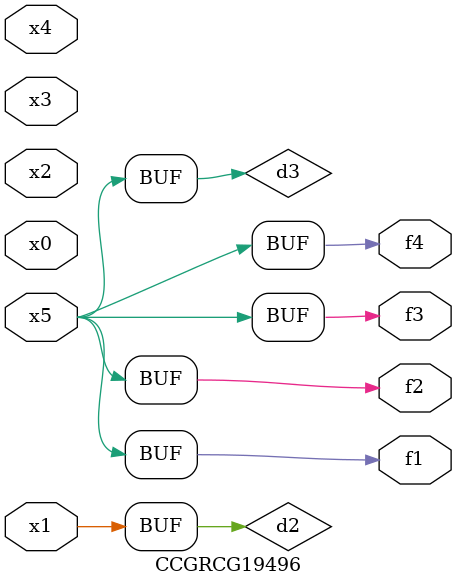
<source format=v>
module CCGRCG19496(
	input x0, x1, x2, x3, x4, x5,
	output f1, f2, f3, f4
);

	wire d1, d2, d3;

	not (d1, x5);
	or (d2, x1);
	xnor (d3, d1);
	assign f1 = d3;
	assign f2 = d3;
	assign f3 = d3;
	assign f4 = d3;
endmodule

</source>
